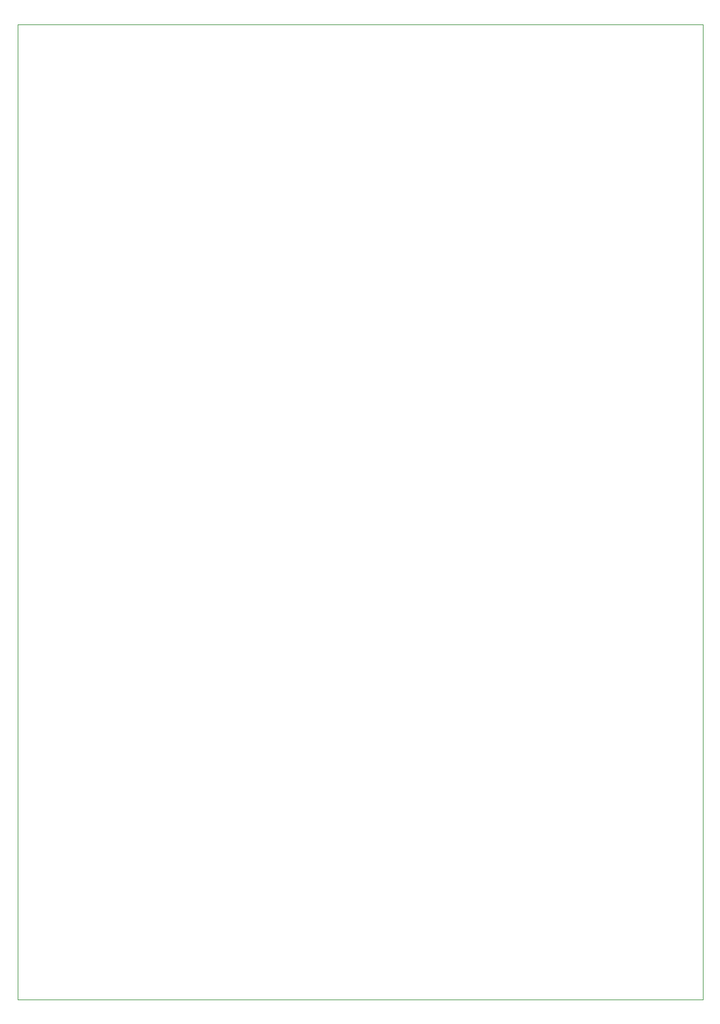
<source format=gbr>
%TF.GenerationSoftware,Altium Limited,Altium Designer,22.1.2 (22)*%
G04 Layer_Color=16711935*
%FSLAX45Y45*%
%MOMM*%
%TF.SameCoordinates,C5451D44-FA68-4CDD-92CA-08ED0B408621*%
%TF.FilePolarity,Positive*%
%TF.FileFunction,Other,Mechanical_1*%
%TF.Part,Single*%
G01*
G75*
%TA.AperFunction,NonConductor*%
%ADD103C,0.10000*%
D103*
X9500000Y0D02*
Y13500000D01*
X0Y0D02*
Y13500000D01*
Y-1D02*
X9500000Y0D01*
X0Y13500000D02*
X9500000Y13500000D01*
%TF.MD5,045bf1f4787c342da7797531503898f8*%
M02*

</source>
